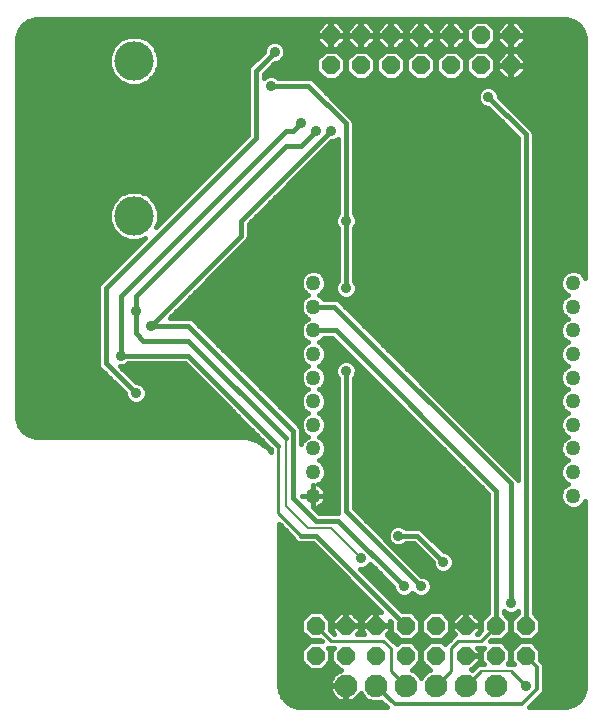
<source format=gbl>
G75*
G70*
%OFA0B0*%
%FSLAX24Y24*%
%IPPOS*%
%LPD*%
%AMOC8*
5,1,8,0,0,1.08239X$1,22.5*
%
%ADD10C,0.1310*%
%ADD11OC8,0.0600*%
%ADD12C,0.0500*%
%ADD13C,0.0760*%
%ADD14C,0.0160*%
%ADD15C,0.0357*%
%ADD16C,0.0080*%
%ADD17C,0.0100*%
%ADD18C,0.0120*%
D10*
X005668Y017220D03*
X005668Y022390D03*
D11*
X012237Y022235D03*
X012237Y023235D03*
X013237Y023235D03*
X014237Y023235D03*
X014237Y022235D03*
X013237Y022235D03*
X015237Y022235D03*
X016237Y022235D03*
X016237Y023235D03*
X015237Y023235D03*
X017237Y023235D03*
X017237Y022235D03*
X018237Y022235D03*
X018237Y023235D03*
X018737Y003555D03*
X018737Y002555D03*
X017737Y002555D03*
X017737Y003555D03*
X016737Y003555D03*
X016737Y002555D03*
X015737Y002555D03*
X015737Y003555D03*
X014737Y003555D03*
X014737Y002555D03*
X013737Y002555D03*
X013737Y003555D03*
X012737Y003555D03*
X012737Y002555D03*
X011737Y002555D03*
X011737Y003555D03*
D12*
X011656Y007887D03*
X011656Y008674D03*
X011656Y009461D03*
X011656Y010249D03*
X011656Y011036D03*
X011656Y011824D03*
X011656Y012611D03*
X011656Y013399D03*
X011656Y014186D03*
X011656Y014973D03*
X020318Y014973D03*
X020318Y014186D03*
X020318Y013399D03*
X020318Y012611D03*
X020318Y011824D03*
X020318Y011036D03*
X020318Y010249D03*
X020318Y009461D03*
X020318Y008674D03*
X020318Y007887D03*
D13*
X017737Y001555D03*
X016737Y001555D03*
X015737Y001555D03*
X014737Y001555D03*
X013737Y001555D03*
X012737Y001555D03*
D14*
X002374Y009844D02*
X002160Y009913D01*
X001978Y010046D01*
X001845Y010228D01*
X001776Y010442D01*
X001767Y010555D01*
X001767Y023055D01*
X001776Y023168D01*
X001845Y023382D01*
X001978Y023564D01*
X002160Y023697D01*
X002374Y023766D01*
X002487Y023775D01*
X019987Y023775D01*
X020100Y023766D01*
X020314Y023697D01*
X020496Y023564D01*
X020628Y023382D01*
X020698Y023168D01*
X020707Y023055D01*
X020707Y015157D01*
X020682Y015217D01*
X020561Y015338D01*
X020403Y015403D01*
X020232Y015403D01*
X020074Y015338D01*
X019953Y015217D01*
X019888Y015059D01*
X019888Y014888D01*
X019953Y014730D01*
X020074Y014609D01*
X020144Y014580D01*
X020074Y014550D01*
X019953Y014429D01*
X019888Y014271D01*
X019888Y014100D01*
X019953Y013942D01*
X020074Y013821D01*
X020144Y013792D01*
X020074Y013763D01*
X019953Y013642D01*
X019888Y013484D01*
X019888Y013313D01*
X019953Y013155D01*
X020074Y013034D01*
X020144Y013005D01*
X020074Y012976D01*
X019953Y012855D01*
X019888Y012697D01*
X019888Y012526D01*
X019953Y012368D01*
X020074Y012247D01*
X020144Y012217D01*
X020074Y012188D01*
X019953Y012067D01*
X019888Y011909D01*
X019888Y011738D01*
X019953Y011580D01*
X020074Y011459D01*
X020144Y011430D01*
X020074Y011401D01*
X019953Y011280D01*
X019888Y011122D01*
X019888Y010951D01*
X019953Y010793D01*
X020074Y010672D01*
X020144Y010643D01*
X020074Y010613D01*
X019953Y010492D01*
X019888Y010334D01*
X019888Y010163D01*
X019953Y010005D01*
X020074Y009884D01*
X020144Y009855D01*
X020074Y009826D01*
X019953Y009705D01*
X019888Y009547D01*
X019888Y009376D01*
X019953Y009218D01*
X020074Y009097D01*
X020144Y009068D01*
X020074Y009039D01*
X019953Y008918D01*
X019888Y008760D01*
X019888Y008589D01*
X019953Y008431D01*
X020074Y008310D01*
X020144Y008280D01*
X020074Y008251D01*
X019953Y008130D01*
X019888Y007972D01*
X019888Y007801D01*
X019953Y007643D01*
X020074Y007522D01*
X020232Y007457D01*
X020403Y007457D01*
X020561Y007522D01*
X020682Y007643D01*
X020707Y007703D01*
X020707Y001555D01*
X020698Y001442D01*
X020628Y001228D01*
X020496Y001046D01*
X020314Y000913D01*
X020100Y000844D01*
X019987Y000835D01*
X018856Y000835D01*
X019315Y001294D01*
X019352Y001382D01*
X019352Y002228D01*
X019315Y002316D01*
X019217Y002414D01*
X019217Y002754D01*
X018936Y003035D01*
X018538Y003035D01*
X018257Y002754D01*
X018257Y002356D01*
X018328Y002285D01*
X018146Y002285D01*
X018217Y002356D01*
X018217Y002754D01*
X017936Y003035D01*
X017542Y003035D01*
X017582Y003075D01*
X017936Y003075D01*
X018217Y003356D01*
X018217Y003754D01*
X017997Y003974D01*
X017997Y004038D01*
X018034Y004001D01*
X018166Y003946D01*
X018308Y003946D01*
X018440Y004001D01*
X018477Y004038D01*
X018477Y003974D01*
X018257Y003754D01*
X018257Y003356D01*
X018538Y003075D01*
X018936Y003075D01*
X019217Y003356D01*
X019217Y003754D01*
X018997Y003974D01*
X018997Y019982D01*
X018957Y020077D01*
X017846Y021189D01*
X017846Y021251D01*
X017791Y021383D01*
X017690Y021484D01*
X017558Y021539D01*
X017416Y021539D01*
X017284Y021484D01*
X017183Y021383D01*
X017128Y021251D01*
X017128Y021109D01*
X017183Y020977D01*
X017284Y020876D01*
X017416Y020821D01*
X017478Y020821D01*
X018477Y019822D01*
X018477Y008405D01*
X018457Y008452D01*
X012503Y014406D01*
X012408Y014446D01*
X012004Y014446D01*
X011900Y014550D01*
X011829Y014580D01*
X011900Y014609D01*
X012021Y014730D01*
X012086Y014888D01*
X012086Y015059D01*
X012021Y015217D01*
X011900Y015338D01*
X011742Y015403D01*
X011571Y015403D01*
X011413Y015338D01*
X011292Y015217D01*
X011226Y015059D01*
X011226Y014888D01*
X011292Y014730D01*
X011413Y014609D01*
X011483Y014580D01*
X011413Y014550D01*
X011292Y014429D01*
X011226Y014271D01*
X011226Y014100D01*
X011292Y013942D01*
X011413Y013821D01*
X011483Y013792D01*
X011413Y013763D01*
X011292Y013642D01*
X011226Y013484D01*
X011226Y013313D01*
X011292Y013155D01*
X011413Y013034D01*
X011483Y013005D01*
X011413Y012976D01*
X011292Y012855D01*
X011226Y012697D01*
X011226Y012526D01*
X011292Y012368D01*
X011413Y012247D01*
X011483Y012217D01*
X011413Y012188D01*
X011292Y012067D01*
X011226Y011909D01*
X011226Y011738D01*
X011292Y011580D01*
X011413Y011459D01*
X011483Y011430D01*
X011413Y011401D01*
X011292Y011280D01*
X011226Y011122D01*
X011226Y010951D01*
X011292Y010793D01*
X011413Y010672D01*
X011483Y010643D01*
X011413Y010613D01*
X011292Y010492D01*
X011226Y010334D01*
X011226Y010163D01*
X011292Y010005D01*
X011413Y009884D01*
X011483Y009855D01*
X011413Y009826D01*
X011292Y009705D01*
X011247Y009597D01*
X011247Y010107D01*
X011207Y010202D01*
X011134Y010275D01*
X007634Y013775D01*
X007539Y013815D01*
X006865Y013815D01*
X009457Y016408D01*
X009497Y016503D01*
X009497Y016947D01*
X012246Y019696D01*
X012308Y019696D01*
X012440Y019751D01*
X012477Y019788D01*
X012477Y017302D01*
X012433Y017258D01*
X012378Y017126D01*
X012378Y016984D01*
X012433Y016852D01*
X012477Y016808D01*
X012477Y015052D01*
X012433Y015008D01*
X012378Y014876D01*
X012378Y014734D01*
X012433Y014602D01*
X012534Y014501D01*
X012666Y014446D01*
X012808Y014446D01*
X012940Y014501D01*
X013041Y014602D01*
X013096Y014734D01*
X013096Y014876D01*
X013041Y015008D01*
X012997Y015052D01*
X012997Y016808D01*
X013041Y016852D01*
X013096Y016984D01*
X013096Y017126D01*
X013041Y017258D01*
X012997Y017302D01*
X012997Y020357D01*
X012957Y020452D01*
X012884Y020525D01*
X011634Y021775D01*
X011539Y021815D01*
X010484Y021815D01*
X010440Y021859D01*
X010308Y021914D01*
X010166Y021914D01*
X010034Y021859D01*
X009997Y021822D01*
X009997Y021947D01*
X010371Y022321D01*
X010433Y022321D01*
X010565Y022376D01*
X010666Y022477D01*
X010721Y022609D01*
X010721Y022751D01*
X010666Y022883D01*
X010565Y022984D01*
X010433Y023039D01*
X010291Y023039D01*
X010159Y022984D01*
X010058Y022883D01*
X010003Y022751D01*
X010003Y022689D01*
X009516Y022202D01*
X009477Y022107D01*
X009477Y019913D01*
X006422Y016857D01*
X006503Y017054D01*
X006503Y017386D01*
X006376Y017693D01*
X006141Y017928D01*
X005834Y018055D01*
X005502Y018055D01*
X005195Y017928D01*
X004960Y017693D01*
X004833Y017386D01*
X004833Y017054D01*
X004960Y016747D01*
X005195Y016512D01*
X005502Y016385D01*
X005834Y016385D01*
X006031Y016466D01*
X004516Y014952D01*
X004477Y014857D01*
X004477Y012253D01*
X004516Y012158D01*
X004590Y012085D01*
X005378Y011296D01*
X005378Y011234D01*
X005433Y011102D01*
X005534Y011001D01*
X005666Y010946D01*
X005808Y010946D01*
X005940Y011001D01*
X006041Y011102D01*
X006096Y011234D01*
X006096Y011376D01*
X006041Y011508D01*
X005940Y011609D01*
X005808Y011664D01*
X005746Y011664D01*
X005213Y012196D01*
X005308Y012196D01*
X005440Y012251D01*
X005484Y012295D01*
X007379Y012295D01*
X010257Y009417D01*
X010257Y009329D01*
X010153Y009471D01*
X009825Y009710D01*
X009440Y009835D01*
X002487Y009835D01*
X002374Y009844D01*
X002181Y009907D02*
X009768Y009907D01*
X009707Y009748D02*
X009926Y009748D01*
X009825Y009710D02*
X009825Y009710D01*
X009991Y009590D02*
X010085Y009590D01*
X010153Y009471D02*
X010153Y009471D01*
X010153Y009471D01*
X010183Y009431D02*
X010243Y009431D01*
X010487Y009555D02*
X007487Y012555D01*
X005237Y012555D01*
X005237Y014555D01*
X010737Y020055D01*
X010987Y020055D01*
X011237Y020305D01*
X011737Y020055D02*
X011237Y019555D01*
X010737Y019555D01*
X005737Y014555D01*
X005737Y014055D01*
X005737Y013305D01*
X005987Y013055D01*
X007487Y013055D01*
X010737Y009805D01*
X010987Y010055D02*
X010987Y007805D01*
X011737Y007055D01*
X012487Y007055D01*
X014674Y004868D01*
X014316Y004859D02*
X014316Y004796D01*
X014370Y004664D01*
X014471Y004563D01*
X014603Y004509D01*
X014746Y004509D01*
X014878Y004563D01*
X014956Y004641D01*
X015034Y004563D01*
X015166Y004509D01*
X015308Y004509D01*
X015440Y004563D01*
X015541Y004664D01*
X015596Y004796D01*
X015596Y004939D01*
X015541Y005071D01*
X015440Y005172D01*
X015308Y005226D01*
X015246Y005226D01*
X012997Y007475D01*
X012997Y011808D01*
X013041Y011852D01*
X013096Y011984D01*
X013096Y012126D01*
X013041Y012258D01*
X012940Y012359D01*
X012808Y012414D01*
X012666Y012414D01*
X012534Y012359D01*
X012433Y012258D01*
X012378Y012126D01*
X012378Y011984D01*
X012433Y011852D01*
X012477Y011808D01*
X012477Y007316D01*
X012477Y007315D01*
X011845Y007315D01*
X011683Y007477D01*
X011688Y007477D01*
X011752Y007487D01*
X011814Y007507D01*
X011871Y007536D01*
X011923Y007574D01*
X011969Y007620D01*
X012007Y007672D01*
X012036Y007729D01*
X012056Y007791D01*
X012066Y007854D01*
X012066Y007887D01*
X012066Y007919D01*
X012056Y007983D01*
X012036Y008044D01*
X012007Y008102D01*
X011969Y008154D01*
X011923Y008199D01*
X011871Y008237D01*
X011814Y008267D01*
X011804Y008270D01*
X011900Y008310D01*
X012021Y008431D01*
X012086Y008589D01*
X012086Y008760D01*
X012021Y008918D01*
X011900Y009039D01*
X011829Y009068D01*
X011900Y009097D01*
X012021Y009218D01*
X012086Y009376D01*
X012086Y009547D01*
X012021Y009705D01*
X011900Y009826D01*
X011829Y009855D01*
X011900Y009884D01*
X012021Y010005D01*
X012086Y010163D01*
X012086Y010334D01*
X012021Y010492D01*
X011900Y010613D01*
X011829Y010643D01*
X011900Y010672D01*
X012021Y010793D01*
X012086Y010951D01*
X012086Y011122D01*
X012021Y011280D01*
X011900Y011401D01*
X011829Y011430D01*
X011900Y011459D01*
X012021Y011580D01*
X012086Y011738D01*
X012086Y011909D01*
X012021Y012067D01*
X011900Y012188D01*
X011829Y012217D01*
X011900Y012247D01*
X012021Y012368D01*
X012086Y012526D01*
X012086Y012697D01*
X012021Y012855D01*
X011900Y012976D01*
X011829Y013005D01*
X011900Y013034D01*
X012004Y013139D01*
X012286Y013139D01*
X017477Y007947D01*
X017477Y003974D01*
X017257Y003754D01*
X017257Y003400D01*
X017142Y003285D01*
X017117Y003285D01*
X017197Y003364D01*
X017197Y003535D01*
X016757Y003535D01*
X016757Y003575D01*
X017197Y003575D01*
X017197Y003746D01*
X016927Y004015D01*
X016757Y004015D01*
X016757Y003575D01*
X016717Y003575D01*
X016717Y004015D01*
X016546Y004015D01*
X016277Y003746D01*
X016277Y003575D01*
X016717Y003575D01*
X016717Y003535D01*
X016277Y003535D01*
X016277Y003364D01*
X016374Y003267D01*
X016257Y003150D01*
X016039Y002932D01*
X015936Y003035D01*
X015538Y003035D01*
X015257Y002754D01*
X015257Y002356D01*
X015535Y002078D01*
X015420Y002030D01*
X015262Y001872D01*
X015237Y001811D01*
X015212Y001872D01*
X015054Y002030D01*
X014938Y002078D01*
X015217Y002356D01*
X015217Y002754D01*
X014936Y003035D01*
X014538Y003035D01*
X014435Y002932D01*
X014217Y003150D01*
X014100Y003267D01*
X014197Y003364D01*
X014197Y003535D01*
X013757Y003535D01*
X013757Y003575D01*
X014197Y003575D01*
X014197Y003727D01*
X014257Y003667D01*
X014257Y003356D01*
X014538Y003075D01*
X014936Y003075D01*
X015217Y003356D01*
X015217Y003754D01*
X014936Y004035D01*
X014625Y004035D01*
X013213Y005446D01*
X013308Y005446D01*
X013440Y005501D01*
X013541Y005602D01*
X013550Y005624D01*
X014316Y004859D01*
X014316Y004835D02*
X013825Y004835D01*
X013667Y004993D02*
X014181Y004993D01*
X014023Y005152D02*
X013508Y005152D01*
X013350Y005310D02*
X013864Y005310D01*
X013706Y005469D02*
X013362Y005469D01*
X012931Y004993D02*
X010517Y004993D01*
X010517Y004835D02*
X013090Y004835D01*
X013248Y004676D02*
X010517Y004676D01*
X010517Y004518D02*
X013407Y004518D01*
X013565Y004359D02*
X010517Y004359D01*
X010517Y004201D02*
X013724Y004201D01*
X013717Y004015D02*
X013546Y004015D01*
X013277Y003746D01*
X013277Y003575D01*
X013717Y003575D01*
X013717Y004015D01*
X013757Y004015D02*
X013757Y003575D01*
X013717Y003575D01*
X013717Y003535D01*
X013277Y003535D01*
X013277Y003364D01*
X013356Y003285D01*
X013117Y003285D01*
X013197Y003364D01*
X013197Y003535D01*
X012757Y003535D01*
X012757Y003575D01*
X013197Y003575D01*
X013197Y003746D01*
X012927Y004015D01*
X012757Y004015D01*
X012757Y003575D01*
X012717Y003575D01*
X012717Y004015D01*
X012546Y004015D01*
X012277Y003746D01*
X012277Y003575D01*
X012717Y003575D01*
X012717Y003535D01*
X012277Y003535D01*
X012277Y003364D01*
X012356Y003285D01*
X012332Y003285D01*
X012217Y003400D01*
X012217Y003754D01*
X011936Y004035D01*
X011538Y004035D01*
X011257Y003754D01*
X011257Y003356D01*
X011538Y003075D01*
X011892Y003075D01*
X011932Y003035D01*
X011538Y003035D01*
X011257Y002754D01*
X011257Y002356D01*
X011538Y002075D01*
X011936Y002075D01*
X012217Y002356D01*
X012217Y002754D01*
X012146Y002825D01*
X012328Y002825D01*
X012257Y002754D01*
X012257Y002356D01*
X012538Y002075D01*
X012590Y002075D01*
X012530Y002055D01*
X012454Y002017D01*
X012385Y001967D01*
X012325Y001907D01*
X012275Y001838D01*
X012236Y001762D01*
X012210Y001681D01*
X012197Y001597D01*
X012197Y001573D01*
X012718Y001573D01*
X012718Y001537D01*
X012197Y001537D01*
X012197Y001513D01*
X012210Y001429D01*
X012236Y001348D01*
X012275Y001272D01*
X012325Y001203D01*
X012385Y001143D01*
X012454Y001093D01*
X012530Y001055D01*
X012610Y001028D01*
X012694Y001015D01*
X012718Y001015D01*
X012718Y001537D01*
X012755Y001537D01*
X012755Y001015D01*
X012779Y001015D01*
X012863Y001028D01*
X012944Y001055D01*
X013020Y001093D01*
X013089Y001143D01*
X013149Y001203D01*
X013199Y001272D01*
X013226Y001325D01*
X013262Y001238D01*
X013420Y001080D01*
X013625Y000995D01*
X013848Y000995D01*
X013925Y001027D01*
X014117Y000835D01*
X011237Y000835D01*
X011124Y000844D01*
X010910Y000913D01*
X010728Y001046D01*
X010595Y001228D01*
X010526Y001442D01*
X010517Y001555D01*
X010517Y006950D01*
X010986Y006480D01*
X011016Y006408D01*
X011090Y006335D01*
X011185Y006295D01*
X011629Y006295D01*
X013909Y004015D01*
X013757Y004015D01*
X013882Y004042D02*
X010517Y004042D01*
X010517Y003884D02*
X011387Y003884D01*
X011257Y003725D02*
X010517Y003725D01*
X010517Y003567D02*
X011257Y003567D01*
X011257Y003408D02*
X010517Y003408D01*
X010517Y003250D02*
X011364Y003250D01*
X011522Y003091D02*
X010517Y003091D01*
X010517Y002933D02*
X011436Y002933D01*
X011277Y002774D02*
X010517Y002774D01*
X010517Y002616D02*
X011257Y002616D01*
X011257Y002457D02*
X010517Y002457D01*
X010517Y002299D02*
X011315Y002299D01*
X011473Y002140D02*
X010517Y002140D01*
X010517Y001982D02*
X012405Y001982D01*
X012473Y002140D02*
X012001Y002140D01*
X012159Y002299D02*
X012315Y002299D01*
X012257Y002457D02*
X012217Y002457D01*
X012217Y002616D02*
X012257Y002616D01*
X012277Y002774D02*
X012197Y002774D01*
X012217Y003408D02*
X012277Y003408D01*
X012217Y003567D02*
X012717Y003567D01*
X012757Y003567D02*
X013717Y003567D01*
X013757Y003567D02*
X014257Y003567D01*
X014257Y003408D02*
X014197Y003408D01*
X014118Y003250D02*
X014364Y003250D01*
X014276Y003091D02*
X014522Y003091D01*
X014436Y002933D02*
X014435Y002933D01*
X014952Y003091D02*
X015522Y003091D01*
X015538Y003075D02*
X015936Y003075D01*
X016217Y003356D01*
X016217Y003754D01*
X015936Y004035D01*
X015538Y004035D01*
X015257Y003754D01*
X015257Y003356D01*
X015538Y003075D01*
X015436Y002933D02*
X015038Y002933D01*
X015197Y002774D02*
X015277Y002774D01*
X015257Y002616D02*
X015217Y002616D01*
X015217Y002457D02*
X015257Y002457D01*
X015315Y002299D02*
X015159Y002299D01*
X015001Y002140D02*
X015473Y002140D01*
X015371Y001982D02*
X015102Y001982D01*
X015232Y001823D02*
X015242Y001823D01*
X016038Y002933D02*
X016039Y002933D01*
X015952Y003091D02*
X016198Y003091D01*
X016110Y003250D02*
X016356Y003250D01*
X016277Y003408D02*
X016217Y003408D01*
X016217Y003567D02*
X016717Y003567D01*
X016757Y003567D02*
X017257Y003567D01*
X017257Y003725D02*
X017197Y003725D01*
X017059Y003884D02*
X017387Y003884D01*
X017477Y004042D02*
X014618Y004042D01*
X014459Y004201D02*
X017477Y004201D01*
X017477Y004359D02*
X014301Y004359D01*
X014142Y004518D02*
X014582Y004518D01*
X014767Y004518D02*
X015144Y004518D01*
X015329Y004518D02*
X017477Y004518D01*
X017477Y004676D02*
X015546Y004676D01*
X015596Y004835D02*
X017477Y004835D01*
X017477Y004993D02*
X015573Y004993D01*
X015460Y005152D02*
X017477Y005152D01*
X017477Y005310D02*
X015162Y005310D01*
X015004Y005469D02*
X015691Y005469D01*
X015683Y005477D02*
X015784Y005376D01*
X015916Y005321D01*
X016058Y005321D01*
X016190Y005376D01*
X016291Y005477D01*
X016346Y005609D01*
X016346Y005751D01*
X016291Y005883D01*
X016190Y005984D01*
X016058Y006039D01*
X015996Y006039D01*
X015259Y006775D01*
X015164Y006815D01*
X014734Y006815D01*
X014690Y006859D01*
X014558Y006914D01*
X014416Y006914D01*
X014284Y006859D01*
X014183Y006758D01*
X014128Y006626D01*
X014128Y006484D01*
X014183Y006352D01*
X014284Y006251D01*
X014416Y006196D01*
X014558Y006196D01*
X014690Y006251D01*
X014734Y006295D01*
X015004Y006295D01*
X015628Y005671D01*
X015628Y005609D01*
X015683Y005477D01*
X015628Y005627D02*
X014845Y005627D01*
X014687Y005786D02*
X015514Y005786D01*
X015355Y005944D02*
X014528Y005944D01*
X014370Y006103D02*
X015197Y006103D01*
X015038Y006261D02*
X014700Y006261D01*
X014487Y006555D02*
X015112Y006555D01*
X015987Y005680D01*
X016230Y005944D02*
X017477Y005944D01*
X017477Y005786D02*
X016331Y005786D01*
X016346Y005627D02*
X017477Y005627D01*
X017477Y005469D02*
X016283Y005469D01*
X015932Y006103D02*
X017477Y006103D01*
X017477Y006261D02*
X015774Y006261D01*
X015615Y006420D02*
X017477Y006420D01*
X017477Y006578D02*
X015457Y006578D01*
X015298Y006737D02*
X017477Y006737D01*
X017477Y006895D02*
X014603Y006895D01*
X014370Y006895D02*
X013577Y006895D01*
X013419Y007054D02*
X017477Y007054D01*
X017477Y007212D02*
X013260Y007212D01*
X013102Y007371D02*
X017477Y007371D01*
X017477Y007529D02*
X012997Y007529D01*
X012997Y007688D02*
X017477Y007688D01*
X017477Y007846D02*
X012997Y007846D01*
X012997Y008005D02*
X017420Y008005D01*
X017261Y008163D02*
X012997Y008163D01*
X012997Y008322D02*
X017103Y008322D01*
X016944Y008480D02*
X012997Y008480D01*
X012997Y008639D02*
X016786Y008639D01*
X016627Y008797D02*
X012997Y008797D01*
X012997Y008956D02*
X016469Y008956D01*
X016310Y009114D02*
X012997Y009114D01*
X012997Y009273D02*
X016152Y009273D01*
X015993Y009431D02*
X012997Y009431D01*
X012997Y009590D02*
X015835Y009590D01*
X015676Y009748D02*
X012997Y009748D01*
X012997Y009907D02*
X015518Y009907D01*
X015359Y010065D02*
X012997Y010065D01*
X012997Y010224D02*
X015201Y010224D01*
X015042Y010382D02*
X012997Y010382D01*
X012997Y010541D02*
X014884Y010541D01*
X014725Y010699D02*
X012997Y010699D01*
X012997Y010858D02*
X014567Y010858D01*
X014408Y011016D02*
X012997Y011016D01*
X012997Y011175D02*
X014250Y011175D01*
X014091Y011333D02*
X012997Y011333D01*
X012997Y011492D02*
X013933Y011492D01*
X013774Y011650D02*
X012997Y011650D01*
X012998Y011809D02*
X013616Y011809D01*
X013457Y011967D02*
X013089Y011967D01*
X013096Y012126D02*
X013299Y012126D01*
X013140Y012284D02*
X013015Y012284D01*
X012982Y012443D02*
X012052Y012443D01*
X012086Y012601D02*
X012823Y012601D01*
X012665Y012760D02*
X012060Y012760D01*
X011957Y012918D02*
X012506Y012918D01*
X012348Y013077D02*
X011942Y013077D01*
X011656Y013399D02*
X012393Y013399D01*
X017737Y008055D01*
X017737Y003555D01*
X018087Y003884D02*
X018387Y003884D01*
X018257Y003725D02*
X018217Y003725D01*
X018217Y003567D02*
X018257Y003567D01*
X018257Y003408D02*
X018217Y003408D01*
X018110Y003250D02*
X018364Y003250D01*
X018522Y003091D02*
X017952Y003091D01*
X018038Y002933D02*
X018436Y002933D01*
X018277Y002774D02*
X018197Y002774D01*
X018217Y002616D02*
X018257Y002616D01*
X018257Y002457D02*
X018217Y002457D01*
X018159Y002299D02*
X018315Y002299D01*
X019038Y002933D02*
X020707Y002933D01*
X020707Y003091D02*
X018952Y003091D01*
X019110Y003250D02*
X020707Y003250D01*
X020707Y003408D02*
X019217Y003408D01*
X019217Y003567D02*
X020707Y003567D01*
X020707Y003725D02*
X019217Y003725D01*
X019087Y003884D02*
X020707Y003884D01*
X020707Y004042D02*
X018997Y004042D01*
X018997Y004201D02*
X020707Y004201D01*
X020707Y004359D02*
X018997Y004359D01*
X018997Y004518D02*
X020707Y004518D01*
X020707Y004676D02*
X018997Y004676D01*
X018997Y004835D02*
X020707Y004835D01*
X020707Y004993D02*
X018997Y004993D01*
X018997Y005152D02*
X020707Y005152D01*
X020707Y005310D02*
X018997Y005310D01*
X018997Y005469D02*
X020707Y005469D01*
X020707Y005627D02*
X018997Y005627D01*
X018997Y005786D02*
X020707Y005786D01*
X020707Y005944D02*
X018997Y005944D01*
X018997Y006103D02*
X020707Y006103D01*
X020707Y006261D02*
X018997Y006261D01*
X018997Y006420D02*
X020707Y006420D01*
X020707Y006578D02*
X018997Y006578D01*
X018997Y006737D02*
X020707Y006737D01*
X020707Y006895D02*
X018997Y006895D01*
X018997Y007054D02*
X020707Y007054D01*
X020707Y007212D02*
X018997Y007212D01*
X018997Y007371D02*
X020707Y007371D01*
X020707Y007529D02*
X020568Y007529D01*
X020701Y007688D02*
X020707Y007688D01*
X020067Y007529D02*
X018997Y007529D01*
X018997Y007688D02*
X019935Y007688D01*
X019888Y007846D02*
X018997Y007846D01*
X018997Y008005D02*
X019901Y008005D01*
X019986Y008163D02*
X018997Y008163D01*
X018997Y008322D02*
X020062Y008322D01*
X019933Y008480D02*
X018997Y008480D01*
X018997Y008639D02*
X019888Y008639D01*
X019903Y008797D02*
X018997Y008797D01*
X018997Y008956D02*
X019991Y008956D01*
X020057Y009114D02*
X018997Y009114D01*
X018997Y009273D02*
X019930Y009273D01*
X019888Y009431D02*
X018997Y009431D01*
X018997Y009590D02*
X019905Y009590D01*
X019996Y009748D02*
X018997Y009748D01*
X018997Y009907D02*
X020052Y009907D01*
X019928Y010065D02*
X018997Y010065D01*
X018997Y010224D02*
X019888Y010224D01*
X019907Y010382D02*
X018997Y010382D01*
X018997Y010541D02*
X020001Y010541D01*
X020047Y010699D02*
X018997Y010699D01*
X018997Y010858D02*
X019926Y010858D01*
X019888Y011016D02*
X018997Y011016D01*
X018997Y011175D02*
X019909Y011175D01*
X020006Y011333D02*
X018997Y011333D01*
X018997Y011492D02*
X020042Y011492D01*
X019924Y011650D02*
X018997Y011650D01*
X018997Y011809D02*
X019888Y011809D01*
X019912Y011967D02*
X018997Y011967D01*
X018997Y012126D02*
X020011Y012126D01*
X020037Y012284D02*
X018997Y012284D01*
X018997Y012443D02*
X019922Y012443D01*
X019888Y012601D02*
X018997Y012601D01*
X018997Y012760D02*
X019914Y012760D01*
X020016Y012918D02*
X018997Y012918D01*
X018997Y013077D02*
X020031Y013077D01*
X019920Y013235D02*
X018997Y013235D01*
X018997Y013394D02*
X019888Y013394D01*
X019916Y013552D02*
X018997Y013552D01*
X018997Y013711D02*
X020021Y013711D01*
X020026Y013869D02*
X018997Y013869D01*
X018997Y014028D02*
X019918Y014028D01*
X019888Y014186D02*
X018997Y014186D01*
X018997Y014345D02*
X019918Y014345D01*
X020027Y014503D02*
X018997Y014503D01*
X018997Y014662D02*
X020021Y014662D01*
X019916Y014820D02*
X018997Y014820D01*
X018997Y014979D02*
X019888Y014979D01*
X019920Y015137D02*
X018997Y015137D01*
X018997Y015296D02*
X020032Y015296D01*
X020603Y015296D02*
X020707Y015296D01*
X020707Y015454D02*
X018997Y015454D01*
X018997Y015613D02*
X020707Y015613D01*
X020707Y015771D02*
X018997Y015771D01*
X018997Y015930D02*
X020707Y015930D01*
X020707Y016088D02*
X018997Y016088D01*
X018997Y016247D02*
X020707Y016247D01*
X020707Y016405D02*
X018997Y016405D01*
X018997Y016564D02*
X020707Y016564D01*
X020707Y016722D02*
X018997Y016722D01*
X018997Y016881D02*
X020707Y016881D01*
X020707Y017039D02*
X018997Y017039D01*
X018997Y017198D02*
X020707Y017198D01*
X020707Y017356D02*
X018997Y017356D01*
X018997Y017515D02*
X020707Y017515D01*
X020707Y017673D02*
X018997Y017673D01*
X018997Y017832D02*
X020707Y017832D01*
X020707Y017990D02*
X018997Y017990D01*
X018997Y018149D02*
X020707Y018149D01*
X020707Y018307D02*
X018997Y018307D01*
X018997Y018466D02*
X020707Y018466D01*
X020707Y018624D02*
X018997Y018624D01*
X018997Y018783D02*
X020707Y018783D01*
X020707Y018941D02*
X018997Y018941D01*
X018997Y019100D02*
X020707Y019100D01*
X020707Y019258D02*
X018997Y019258D01*
X018997Y019417D02*
X020707Y019417D01*
X020707Y019575D02*
X018997Y019575D01*
X018997Y019734D02*
X020707Y019734D01*
X020707Y019892D02*
X018997Y019892D01*
X018968Y020051D02*
X020707Y020051D01*
X020707Y020209D02*
X018826Y020209D01*
X018667Y020368D02*
X020707Y020368D01*
X020707Y020526D02*
X018509Y020526D01*
X018350Y020685D02*
X020707Y020685D01*
X020707Y020843D02*
X018192Y020843D01*
X018033Y021002D02*
X020707Y021002D01*
X020707Y021160D02*
X017875Y021160D01*
X017818Y021319D02*
X020707Y021319D01*
X020707Y021477D02*
X017697Y021477D01*
X017487Y021180D02*
X018737Y019930D01*
X018737Y003555D01*
X018237Y004305D02*
X018237Y008305D01*
X012356Y014186D01*
X011656Y014186D01*
X011365Y014503D02*
X007553Y014503D01*
X007711Y014662D02*
X011360Y014662D01*
X011254Y014820D02*
X007870Y014820D01*
X008028Y014979D02*
X011226Y014979D01*
X011259Y015137D02*
X008187Y015137D01*
X008345Y015296D02*
X011370Y015296D01*
X011942Y015296D02*
X012477Y015296D01*
X012477Y015454D02*
X008504Y015454D01*
X008662Y015613D02*
X012477Y015613D01*
X012477Y015771D02*
X008821Y015771D01*
X008979Y015930D02*
X012477Y015930D01*
X012477Y016088D02*
X009138Y016088D01*
X009296Y016247D02*
X012477Y016247D01*
X012477Y016405D02*
X009455Y016405D01*
X009497Y016564D02*
X012477Y016564D01*
X012477Y016722D02*
X009497Y016722D01*
X009497Y016881D02*
X012421Y016881D01*
X012378Y017039D02*
X009589Y017039D01*
X009747Y017198D02*
X012408Y017198D01*
X012477Y017356D02*
X009906Y017356D01*
X010064Y017515D02*
X012477Y017515D01*
X012477Y017673D02*
X010223Y017673D01*
X010381Y017832D02*
X012477Y017832D01*
X012477Y017990D02*
X010540Y017990D01*
X010698Y018149D02*
X012477Y018149D01*
X012477Y018307D02*
X010857Y018307D01*
X011015Y018466D02*
X012477Y018466D01*
X012477Y018624D02*
X011174Y018624D01*
X011332Y018783D02*
X012477Y018783D01*
X012477Y018941D02*
X011491Y018941D01*
X011649Y019100D02*
X012477Y019100D01*
X012477Y019258D02*
X011808Y019258D01*
X011966Y019417D02*
X012477Y019417D01*
X012477Y019575D02*
X012125Y019575D01*
X012398Y019734D02*
X012477Y019734D01*
X012237Y020055D02*
X009237Y017055D01*
X009237Y016555D01*
X006237Y013555D01*
X007487Y013555D01*
X010987Y010055D01*
X011247Y010065D02*
X011267Y010065D01*
X011247Y009907D02*
X011390Y009907D01*
X011335Y009748D02*
X011247Y009748D01*
X011226Y010224D02*
X011186Y010224D01*
X011246Y010382D02*
X011028Y010382D01*
X010869Y010541D02*
X011340Y010541D01*
X011385Y010699D02*
X010711Y010699D01*
X010552Y010858D02*
X011265Y010858D01*
X011226Y011016D02*
X010394Y011016D01*
X010235Y011175D02*
X011248Y011175D01*
X011345Y011333D02*
X010077Y011333D01*
X009918Y011492D02*
X011380Y011492D01*
X011263Y011650D02*
X009760Y011650D01*
X009601Y011809D02*
X011226Y011809D01*
X011250Y011967D02*
X009443Y011967D01*
X009284Y012126D02*
X011350Y012126D01*
X011375Y012284D02*
X009126Y012284D01*
X008967Y012443D02*
X011261Y012443D01*
X011226Y012601D02*
X008809Y012601D01*
X008650Y012760D02*
X011252Y012760D01*
X011355Y012918D02*
X008492Y012918D01*
X008333Y013077D02*
X011370Y013077D01*
X011258Y013235D02*
X008175Y013235D01*
X008016Y013394D02*
X011226Y013394D01*
X011254Y013552D02*
X007858Y013552D01*
X007699Y013711D02*
X011360Y013711D01*
X011365Y013869D02*
X006919Y013869D01*
X007077Y014028D02*
X011256Y014028D01*
X011226Y014186D02*
X007236Y014186D01*
X007394Y014345D02*
X011256Y014345D01*
X011947Y014503D02*
X012532Y014503D01*
X012565Y014345D02*
X018477Y014345D01*
X018477Y014503D02*
X012942Y014503D01*
X013066Y014662D02*
X018477Y014662D01*
X018477Y014820D02*
X013096Y014820D01*
X013053Y014979D02*
X018477Y014979D01*
X018477Y015137D02*
X012997Y015137D01*
X012997Y015296D02*
X018477Y015296D01*
X018477Y015454D02*
X012997Y015454D01*
X012997Y015613D02*
X018477Y015613D01*
X018477Y015771D02*
X012997Y015771D01*
X012997Y015930D02*
X018477Y015930D01*
X018477Y016088D02*
X012997Y016088D01*
X012997Y016247D02*
X018477Y016247D01*
X018477Y016405D02*
X012997Y016405D01*
X012997Y016564D02*
X018477Y016564D01*
X018477Y016722D02*
X012997Y016722D01*
X013053Y016881D02*
X018477Y016881D01*
X018477Y017039D02*
X013096Y017039D01*
X013066Y017198D02*
X018477Y017198D01*
X018477Y017356D02*
X012997Y017356D01*
X012997Y017515D02*
X018477Y017515D01*
X018477Y017673D02*
X012997Y017673D01*
X012997Y017832D02*
X018477Y017832D01*
X018477Y017990D02*
X012997Y017990D01*
X012997Y018149D02*
X018477Y018149D01*
X018477Y018307D02*
X012997Y018307D01*
X012997Y018466D02*
X018477Y018466D01*
X018477Y018624D02*
X012997Y018624D01*
X012997Y018783D02*
X018477Y018783D01*
X018477Y018941D02*
X012997Y018941D01*
X012997Y019100D02*
X018477Y019100D01*
X018477Y019258D02*
X012997Y019258D01*
X012997Y019417D02*
X018477Y019417D01*
X018477Y019575D02*
X012997Y019575D01*
X012997Y019734D02*
X018477Y019734D01*
X018407Y019892D02*
X012997Y019892D01*
X012997Y020051D02*
X018249Y020051D01*
X018090Y020209D02*
X012997Y020209D01*
X012992Y020368D02*
X017932Y020368D01*
X017773Y020526D02*
X012884Y020526D01*
X012725Y020685D02*
X017615Y020685D01*
X017363Y020843D02*
X012567Y020843D01*
X012408Y021002D02*
X017172Y021002D01*
X017128Y021160D02*
X012250Y021160D01*
X012091Y021319D02*
X017156Y021319D01*
X017277Y021477D02*
X011933Y021477D01*
X011774Y021636D02*
X020707Y021636D01*
X020707Y021794D02*
X018446Y021794D01*
X018427Y021775D02*
X018697Y022044D01*
X018697Y022215D01*
X018257Y022215D01*
X018257Y022255D01*
X018697Y022255D01*
X018697Y022426D01*
X018427Y022695D01*
X018257Y022695D01*
X018257Y022255D01*
X018217Y022255D01*
X018217Y022695D01*
X018046Y022695D01*
X017777Y022426D01*
X017777Y022255D01*
X018217Y022255D01*
X018217Y022215D01*
X018257Y022215D01*
X018257Y021775D01*
X018427Y021775D01*
X018257Y021794D02*
X018217Y021794D01*
X018217Y021775D02*
X018217Y022215D01*
X017777Y022215D01*
X017777Y022044D01*
X018046Y021775D01*
X018217Y021775D01*
X018217Y021953D02*
X018257Y021953D01*
X018257Y022111D02*
X018217Y022111D01*
X018217Y022270D02*
X018257Y022270D01*
X018257Y022428D02*
X018217Y022428D01*
X018217Y022587D02*
X018257Y022587D01*
X018257Y022775D02*
X018427Y022775D01*
X018697Y023044D01*
X018697Y023215D01*
X018257Y023215D01*
X018257Y023255D01*
X018697Y023255D01*
X018697Y023426D01*
X018427Y023695D01*
X018257Y023695D01*
X018257Y023255D01*
X018217Y023255D01*
X018217Y023695D01*
X018046Y023695D01*
X017777Y023426D01*
X017777Y023255D01*
X018217Y023255D01*
X018217Y023215D01*
X018257Y023215D01*
X018257Y022775D01*
X018217Y022775D02*
X018217Y023215D01*
X017777Y023215D01*
X017777Y023044D01*
X018046Y022775D01*
X018217Y022775D01*
X018217Y022904D02*
X018257Y022904D01*
X018257Y023062D02*
X018217Y023062D01*
X018217Y023221D02*
X017717Y023221D01*
X017717Y023379D02*
X017777Y023379D01*
X017717Y023434D02*
X017717Y023036D01*
X017436Y022755D01*
X017038Y022755D01*
X016757Y023036D01*
X016757Y023434D01*
X017038Y023715D01*
X017436Y023715D01*
X017717Y023434D01*
X017613Y023538D02*
X017889Y023538D01*
X018217Y023538D02*
X018257Y023538D01*
X018257Y023379D02*
X018217Y023379D01*
X018257Y023221D02*
X020681Y023221D01*
X020706Y023062D02*
X018697Y023062D01*
X018556Y022904D02*
X020707Y022904D01*
X020707Y022745D02*
X010721Y022745D01*
X010711Y022587D02*
X011910Y022587D01*
X012038Y022715D02*
X011757Y022434D01*
X011757Y022036D01*
X012038Y021755D01*
X012436Y021755D01*
X012717Y022036D01*
X012717Y022434D01*
X012436Y022715D01*
X012038Y022715D01*
X012046Y022775D02*
X012217Y022775D01*
X012217Y023215D01*
X012257Y023215D01*
X012257Y023255D01*
X012697Y023255D01*
X012697Y023426D01*
X012427Y023695D01*
X012257Y023695D01*
X012257Y023255D01*
X012217Y023255D01*
X012217Y023695D01*
X012046Y023695D01*
X011777Y023426D01*
X011777Y023255D01*
X012217Y023255D01*
X012217Y023215D01*
X011777Y023215D01*
X011777Y023044D01*
X012046Y022775D01*
X011918Y022904D02*
X010646Y022904D01*
X010362Y022680D02*
X009737Y022055D01*
X009737Y019805D01*
X004737Y014805D01*
X004737Y012305D01*
X005737Y011305D01*
X005955Y011016D02*
X008658Y011016D01*
X008500Y011175D02*
X006071Y011175D01*
X006096Y011333D02*
X008341Y011333D01*
X008183Y011492D02*
X006048Y011492D01*
X005841Y011650D02*
X008024Y011650D01*
X007866Y011809D02*
X005601Y011809D01*
X005443Y011967D02*
X007707Y011967D01*
X007549Y012126D02*
X005284Y012126D01*
X005473Y012284D02*
X007390Y012284D01*
X008817Y010858D02*
X001767Y010858D01*
X001767Y011016D02*
X005519Y011016D01*
X005403Y011175D02*
X001767Y011175D01*
X001767Y011333D02*
X005341Y011333D01*
X005183Y011492D02*
X001767Y011492D01*
X001767Y011650D02*
X005024Y011650D01*
X004866Y011809D02*
X001767Y011809D01*
X001767Y011967D02*
X004707Y011967D01*
X004549Y012126D02*
X001767Y012126D01*
X001767Y012284D02*
X004477Y012284D01*
X004477Y012443D02*
X001767Y012443D01*
X001767Y012601D02*
X004477Y012601D01*
X004477Y012760D02*
X001767Y012760D01*
X001767Y012918D02*
X004477Y012918D01*
X004477Y013077D02*
X001767Y013077D01*
X001767Y013235D02*
X004477Y013235D01*
X004477Y013394D02*
X001767Y013394D01*
X001767Y013552D02*
X004477Y013552D01*
X004477Y013711D02*
X001767Y013711D01*
X001767Y013869D02*
X004477Y013869D01*
X004477Y014028D02*
X001767Y014028D01*
X001767Y014186D02*
X004477Y014186D01*
X004477Y014345D02*
X001767Y014345D01*
X001767Y014503D02*
X004477Y014503D01*
X004477Y014662D02*
X001767Y014662D01*
X001767Y014820D02*
X004477Y014820D01*
X004543Y014979D02*
X001767Y014979D01*
X001767Y015137D02*
X004701Y015137D01*
X004860Y015296D02*
X001767Y015296D01*
X001767Y015454D02*
X005018Y015454D01*
X005177Y015613D02*
X001767Y015613D01*
X001767Y015771D02*
X005335Y015771D01*
X005494Y015930D02*
X001767Y015930D01*
X001767Y016088D02*
X005652Y016088D01*
X005811Y016247D02*
X001767Y016247D01*
X001767Y016405D02*
X005454Y016405D01*
X005144Y016564D02*
X001767Y016564D01*
X001767Y016722D02*
X004985Y016722D01*
X004905Y016881D02*
X001767Y016881D01*
X001767Y017039D02*
X004839Y017039D01*
X004833Y017198D02*
X001767Y017198D01*
X001767Y017356D02*
X004833Y017356D01*
X004886Y017515D02*
X001767Y017515D01*
X001767Y017673D02*
X004952Y017673D01*
X005099Y017832D02*
X001767Y017832D01*
X001767Y017990D02*
X005345Y017990D01*
X005991Y017990D02*
X007554Y017990D01*
X007396Y017832D02*
X006237Y017832D01*
X006384Y017673D02*
X007237Y017673D01*
X007079Y017515D02*
X006450Y017515D01*
X006503Y017356D02*
X006920Y017356D01*
X006762Y017198D02*
X006503Y017198D01*
X006497Y017039D02*
X006603Y017039D01*
X006445Y016881D02*
X006431Y016881D01*
X005969Y016405D02*
X005882Y016405D01*
X007713Y018149D02*
X001767Y018149D01*
X001767Y018307D02*
X007871Y018307D01*
X008030Y018466D02*
X001767Y018466D01*
X001767Y018624D02*
X008188Y018624D01*
X008347Y018783D02*
X001767Y018783D01*
X001767Y018941D02*
X008505Y018941D01*
X008664Y019100D02*
X001767Y019100D01*
X001767Y019258D02*
X008822Y019258D01*
X008981Y019417D02*
X001767Y019417D01*
X001767Y019575D02*
X009139Y019575D01*
X009298Y019734D02*
X001767Y019734D01*
X001767Y019892D02*
X009456Y019892D01*
X009477Y020051D02*
X001767Y020051D01*
X001767Y020209D02*
X009477Y020209D01*
X009477Y020368D02*
X001767Y020368D01*
X001767Y020526D02*
X009477Y020526D01*
X009477Y020685D02*
X001767Y020685D01*
X001767Y020843D02*
X009477Y020843D01*
X009477Y021002D02*
X001767Y021002D01*
X001767Y021160D02*
X009477Y021160D01*
X009477Y021319D02*
X001767Y021319D01*
X001767Y021477D02*
X009477Y021477D01*
X009477Y021636D02*
X006028Y021636D01*
X006141Y021682D02*
X006376Y021917D01*
X006503Y022224D01*
X006503Y022556D01*
X006376Y022863D01*
X006141Y023098D01*
X005834Y023225D01*
X005502Y023225D01*
X005195Y023098D01*
X004960Y022863D01*
X004833Y022556D01*
X004833Y022224D01*
X004960Y021917D01*
X005195Y021682D01*
X005502Y021555D01*
X005834Y021555D01*
X006141Y021682D01*
X006253Y021794D02*
X009477Y021794D01*
X009477Y021953D02*
X006391Y021953D01*
X006456Y022111D02*
X009479Y022111D01*
X009584Y022270D02*
X006503Y022270D01*
X006503Y022428D02*
X009742Y022428D01*
X009901Y022587D02*
X006490Y022587D01*
X006425Y022745D02*
X010003Y022745D01*
X010078Y022904D02*
X006335Y022904D01*
X006177Y023062D02*
X011777Y023062D01*
X011777Y023379D02*
X001844Y023379D01*
X001793Y023221D02*
X005491Y023221D01*
X005845Y023221D02*
X012217Y023221D01*
X012257Y023221D02*
X013217Y023221D01*
X013217Y023215D02*
X012777Y023215D01*
X012777Y023044D01*
X013046Y022775D01*
X013217Y022775D01*
X013217Y023215D01*
X013257Y023215D01*
X013257Y023255D01*
X013697Y023255D01*
X013697Y023426D01*
X013427Y023695D01*
X013257Y023695D01*
X013257Y023255D01*
X013217Y023255D01*
X013217Y023695D01*
X013046Y023695D01*
X012777Y023426D01*
X012777Y023255D01*
X013217Y023255D01*
X013217Y023215D01*
X013257Y023215D02*
X013257Y022775D01*
X013427Y022775D01*
X013697Y023044D01*
X013697Y023215D01*
X013257Y023215D01*
X013257Y023221D02*
X014217Y023221D01*
X014217Y023215D02*
X013777Y023215D01*
X013777Y023044D01*
X014046Y022775D01*
X014217Y022775D01*
X014217Y023215D01*
X014257Y023215D01*
X014257Y023255D01*
X014697Y023255D01*
X014697Y023426D01*
X014427Y023695D01*
X014257Y023695D01*
X014257Y023255D01*
X014217Y023255D01*
X014217Y023695D01*
X014046Y023695D01*
X013777Y023426D01*
X013777Y023255D01*
X014217Y023255D01*
X014217Y023215D01*
X014257Y023215D02*
X014257Y022775D01*
X014427Y022775D01*
X014697Y023044D01*
X014697Y023215D01*
X014257Y023215D01*
X014257Y023221D02*
X015217Y023221D01*
X015217Y023215D02*
X014777Y023215D01*
X014777Y023044D01*
X015046Y022775D01*
X015217Y022775D01*
X015217Y023215D01*
X015257Y023215D01*
X015257Y023255D01*
X015697Y023255D01*
X015697Y023426D01*
X015427Y023695D01*
X015257Y023695D01*
X015257Y023255D01*
X015217Y023255D01*
X015217Y023695D01*
X015046Y023695D01*
X014777Y023426D01*
X014777Y023255D01*
X015217Y023255D01*
X015217Y023215D01*
X015257Y023215D02*
X015257Y022775D01*
X015427Y022775D01*
X015697Y023044D01*
X015697Y023215D01*
X015257Y023215D01*
X015257Y023221D02*
X016217Y023221D01*
X016217Y023215D02*
X015777Y023215D01*
X015777Y023044D01*
X016046Y022775D01*
X016217Y022775D01*
X016217Y023215D01*
X016257Y023215D01*
X016257Y023255D01*
X016697Y023255D01*
X016697Y023426D01*
X016427Y023695D01*
X016257Y023695D01*
X016257Y023255D01*
X016217Y023255D01*
X016217Y023695D01*
X016046Y023695D01*
X015777Y023426D01*
X015777Y023255D01*
X016217Y023255D01*
X016217Y023215D01*
X016257Y023215D02*
X016257Y022775D01*
X016427Y022775D01*
X016697Y023044D01*
X016697Y023215D01*
X016257Y023215D01*
X016257Y023221D02*
X016757Y023221D01*
X016757Y023379D02*
X016697Y023379D01*
X016585Y023538D02*
X016861Y023538D01*
X017019Y023696D02*
X002159Y023696D01*
X001958Y023538D02*
X011889Y023538D01*
X012217Y023538D02*
X012257Y023538D01*
X012257Y023379D02*
X012217Y023379D01*
X012257Y023215D02*
X012697Y023215D01*
X012697Y023044D01*
X012427Y022775D01*
X012257Y022775D01*
X012257Y023215D01*
X012257Y023062D02*
X012217Y023062D01*
X012217Y022904D02*
X012257Y022904D01*
X012556Y022904D02*
X012918Y022904D01*
X012777Y023062D02*
X012697Y023062D01*
X012697Y023379D02*
X012777Y023379D01*
X012889Y023538D02*
X012585Y023538D01*
X013217Y023538D02*
X013257Y023538D01*
X013257Y023379D02*
X013217Y023379D01*
X013217Y023062D02*
X013257Y023062D01*
X013257Y022904D02*
X013217Y022904D01*
X013038Y022715D02*
X012757Y022434D01*
X012757Y022036D01*
X013038Y021755D01*
X013436Y021755D01*
X013717Y022036D01*
X013717Y022434D01*
X013436Y022715D01*
X013038Y022715D01*
X012910Y022587D02*
X012564Y022587D01*
X012717Y022428D02*
X012757Y022428D01*
X012757Y022270D02*
X012717Y022270D01*
X012717Y022111D02*
X012757Y022111D01*
X012841Y021953D02*
X012633Y021953D01*
X012475Y021794D02*
X012999Y021794D01*
X013475Y021794D02*
X013999Y021794D01*
X014038Y021755D02*
X014436Y021755D01*
X014717Y022036D01*
X014717Y022434D01*
X014436Y022715D01*
X014038Y022715D01*
X013757Y022434D01*
X013757Y022036D01*
X014038Y021755D01*
X013841Y021953D02*
X013633Y021953D01*
X013717Y022111D02*
X013757Y022111D01*
X013757Y022270D02*
X013717Y022270D01*
X013717Y022428D02*
X013757Y022428D01*
X013910Y022587D02*
X013564Y022587D01*
X013556Y022904D02*
X013918Y022904D01*
X013777Y023062D02*
X013697Y023062D01*
X013697Y023379D02*
X013777Y023379D01*
X013889Y023538D02*
X013585Y023538D01*
X014217Y023538D02*
X014257Y023538D01*
X014257Y023379D02*
X014217Y023379D01*
X014217Y023062D02*
X014257Y023062D01*
X014257Y022904D02*
X014217Y022904D01*
X014556Y022904D02*
X014918Y022904D01*
X014777Y023062D02*
X014697Y023062D01*
X014697Y023379D02*
X014777Y023379D01*
X014889Y023538D02*
X014585Y023538D01*
X015217Y023538D02*
X015257Y023538D01*
X015257Y023379D02*
X015217Y023379D01*
X015217Y023062D02*
X015257Y023062D01*
X015257Y022904D02*
X015217Y022904D01*
X015038Y022715D02*
X014757Y022434D01*
X014757Y022036D01*
X015038Y021755D01*
X015436Y021755D01*
X015717Y022036D01*
X015717Y022434D01*
X015436Y022715D01*
X015038Y022715D01*
X014910Y022587D02*
X014564Y022587D01*
X014717Y022428D02*
X014757Y022428D01*
X014757Y022270D02*
X014717Y022270D01*
X014717Y022111D02*
X014757Y022111D01*
X014841Y021953D02*
X014633Y021953D01*
X014475Y021794D02*
X014999Y021794D01*
X015475Y021794D02*
X015999Y021794D01*
X016038Y021755D02*
X015757Y022036D01*
X015757Y022434D01*
X016038Y022715D01*
X016436Y022715D01*
X016717Y022434D01*
X016717Y022036D01*
X016436Y021755D01*
X016038Y021755D01*
X015841Y021953D02*
X015633Y021953D01*
X015717Y022111D02*
X015757Y022111D01*
X015757Y022270D02*
X015717Y022270D01*
X015717Y022428D02*
X015757Y022428D01*
X015910Y022587D02*
X015564Y022587D01*
X015556Y022904D02*
X015918Y022904D01*
X015777Y023062D02*
X015697Y023062D01*
X015697Y023379D02*
X015777Y023379D01*
X015889Y023538D02*
X015585Y023538D01*
X016217Y023538D02*
X016257Y023538D01*
X016257Y023379D02*
X016217Y023379D01*
X016217Y023062D02*
X016257Y023062D01*
X016257Y022904D02*
X016217Y022904D01*
X016556Y022904D02*
X016890Y022904D01*
X016757Y023062D02*
X016697Y023062D01*
X017038Y022715D02*
X016757Y022434D01*
X016757Y022036D01*
X017038Y021755D01*
X017436Y021755D01*
X017717Y022036D01*
X017717Y022434D01*
X017436Y022715D01*
X017038Y022715D01*
X016910Y022587D02*
X016564Y022587D01*
X016717Y022428D02*
X016757Y022428D01*
X016757Y022270D02*
X016717Y022270D01*
X016717Y022111D02*
X016757Y022111D01*
X016841Y021953D02*
X016633Y021953D01*
X016475Y021794D02*
X016999Y021794D01*
X017475Y021794D02*
X018027Y021794D01*
X017869Y021953D02*
X017633Y021953D01*
X017717Y022111D02*
X017777Y022111D01*
X017777Y022270D02*
X017717Y022270D01*
X017717Y022428D02*
X017779Y022428D01*
X017938Y022587D02*
X017564Y022587D01*
X017584Y022904D02*
X017918Y022904D01*
X017777Y023062D02*
X017717Y023062D01*
X017455Y023696D02*
X020314Y023696D01*
X020515Y023538D02*
X018585Y023538D01*
X018697Y023379D02*
X020629Y023379D01*
X020707Y022587D02*
X018536Y022587D01*
X018694Y022428D02*
X020707Y022428D01*
X020707Y022270D02*
X018697Y022270D01*
X018697Y022111D02*
X020707Y022111D01*
X020707Y021953D02*
X018605Y021953D01*
X012737Y020305D02*
X012737Y017055D01*
X012737Y014805D01*
X012408Y014662D02*
X011952Y014662D01*
X012058Y014820D02*
X012378Y014820D01*
X012420Y014979D02*
X012086Y014979D01*
X012054Y015137D02*
X012477Y015137D01*
X012724Y014186D02*
X018477Y014186D01*
X018477Y014028D02*
X012882Y014028D01*
X013041Y013869D02*
X018477Y013869D01*
X018477Y013711D02*
X013199Y013711D01*
X013358Y013552D02*
X018477Y013552D01*
X018477Y013394D02*
X013516Y013394D01*
X013675Y013235D02*
X018477Y013235D01*
X018477Y013077D02*
X013833Y013077D01*
X013992Y012918D02*
X018477Y012918D01*
X018477Y012760D02*
X014150Y012760D01*
X014309Y012601D02*
X018477Y012601D01*
X018477Y012443D02*
X014467Y012443D01*
X014626Y012284D02*
X018477Y012284D01*
X018477Y012126D02*
X014784Y012126D01*
X014943Y011967D02*
X018477Y011967D01*
X018477Y011809D02*
X015101Y011809D01*
X015260Y011650D02*
X018477Y011650D01*
X018477Y011492D02*
X015418Y011492D01*
X015577Y011333D02*
X018477Y011333D01*
X018477Y011175D02*
X015735Y011175D01*
X015894Y011016D02*
X018477Y011016D01*
X018477Y010858D02*
X016052Y010858D01*
X016211Y010699D02*
X018477Y010699D01*
X018477Y010541D02*
X016369Y010541D01*
X016528Y010382D02*
X018477Y010382D01*
X018477Y010224D02*
X016686Y010224D01*
X016845Y010065D02*
X018477Y010065D01*
X018477Y009907D02*
X017003Y009907D01*
X017162Y009748D02*
X018477Y009748D01*
X018477Y009590D02*
X017320Y009590D01*
X017479Y009431D02*
X018477Y009431D01*
X018477Y009273D02*
X017637Y009273D01*
X017796Y009114D02*
X018477Y009114D01*
X018477Y008956D02*
X017954Y008956D01*
X018113Y008797D02*
X018477Y008797D01*
X018477Y008639D02*
X018271Y008639D01*
X018430Y008480D02*
X018477Y008480D01*
X015237Y004868D02*
X012737Y007368D01*
X012737Y012055D01*
X012476Y011809D02*
X012086Y011809D01*
X012062Y011967D02*
X012385Y011967D01*
X012378Y012126D02*
X011962Y012126D01*
X011937Y012284D02*
X012459Y012284D01*
X012477Y011650D02*
X012050Y011650D01*
X011932Y011492D02*
X012477Y011492D01*
X012477Y011333D02*
X011968Y011333D01*
X012064Y011175D02*
X012477Y011175D01*
X012477Y011016D02*
X012086Y011016D01*
X012048Y010858D02*
X012477Y010858D01*
X012477Y010699D02*
X011927Y010699D01*
X011973Y010541D02*
X012477Y010541D01*
X012477Y010382D02*
X012066Y010382D01*
X012086Y010224D02*
X012477Y010224D01*
X012477Y010065D02*
X012045Y010065D01*
X011922Y009907D02*
X012477Y009907D01*
X012477Y009748D02*
X011978Y009748D01*
X012069Y009590D02*
X012477Y009590D01*
X012477Y009431D02*
X012086Y009431D01*
X012043Y009273D02*
X012477Y009273D01*
X012477Y009114D02*
X011917Y009114D01*
X011983Y008956D02*
X012477Y008956D01*
X012477Y008797D02*
X012071Y008797D01*
X012086Y008639D02*
X012477Y008639D01*
X012477Y008480D02*
X012041Y008480D01*
X011912Y008322D02*
X012477Y008322D01*
X012477Y008163D02*
X011960Y008163D01*
X012049Y008005D02*
X012477Y008005D01*
X012477Y007846D02*
X012065Y007846D01*
X012066Y007887D02*
X011656Y007887D01*
X011656Y008244D01*
X011656Y008244D01*
X011656Y007887D01*
X011656Y007887D01*
X011273Y007887D01*
X011273Y007887D01*
X011656Y007887D01*
X011656Y007887D01*
X012066Y007887D01*
X012015Y007688D02*
X012477Y007688D01*
X012477Y007529D02*
X011857Y007529D01*
X011789Y007371D02*
X012477Y007371D01*
X011737Y006555D02*
X011237Y006555D01*
X011012Y006420D02*
X010517Y006420D01*
X010517Y006578D02*
X010889Y006578D01*
X010730Y006737D02*
X010517Y006737D01*
X010517Y006895D02*
X010572Y006895D01*
X010517Y006261D02*
X011663Y006261D01*
X011822Y006103D02*
X010517Y006103D01*
X010517Y005944D02*
X011980Y005944D01*
X012139Y005786D02*
X010517Y005786D01*
X010517Y005627D02*
X012297Y005627D01*
X012456Y005469D02*
X010517Y005469D01*
X010517Y005310D02*
X012614Y005310D01*
X012773Y005152D02*
X010517Y005152D01*
X011737Y006555D02*
X014737Y003555D01*
X015087Y003884D02*
X015387Y003884D01*
X015257Y003725D02*
X015217Y003725D01*
X015217Y003567D02*
X015257Y003567D01*
X015257Y003408D02*
X015217Y003408D01*
X015110Y003250D02*
X015364Y003250D01*
X016087Y003884D02*
X016415Y003884D01*
X016277Y003725D02*
X016217Y003725D01*
X016717Y003725D02*
X016757Y003725D01*
X016757Y003884D02*
X016717Y003884D01*
X017197Y003408D02*
X017257Y003408D01*
X017328Y002825D02*
X017257Y002754D01*
X017257Y002356D01*
X017328Y002285D01*
X017142Y002285D01*
X016935Y002079D01*
X016897Y002095D01*
X016927Y002095D01*
X017197Y002364D01*
X017197Y002535D01*
X016757Y002535D01*
X016757Y002575D01*
X017197Y002575D01*
X017197Y002746D01*
X017117Y002825D01*
X017328Y002825D01*
X017277Y002774D02*
X017168Y002774D01*
X017197Y002616D02*
X017257Y002616D01*
X017257Y002457D02*
X017197Y002457D01*
X017131Y002299D02*
X017315Y002299D01*
X016997Y002140D02*
X016972Y002140D01*
X018893Y000872D02*
X020186Y000872D01*
X020475Y001031D02*
X019052Y001031D01*
X019210Y001189D02*
X020600Y001189D01*
X020667Y001348D02*
X019337Y001348D01*
X019352Y001506D02*
X020703Y001506D01*
X020707Y001665D02*
X019352Y001665D01*
X019352Y001823D02*
X020707Y001823D01*
X020707Y001982D02*
X019352Y001982D01*
X019352Y002140D02*
X020707Y002140D01*
X020707Y002299D02*
X019323Y002299D01*
X019217Y002457D02*
X020707Y002457D01*
X020707Y002616D02*
X019217Y002616D01*
X019197Y002774D02*
X020707Y002774D01*
X014365Y004676D02*
X013984Y004676D01*
X013757Y003884D02*
X013717Y003884D01*
X013717Y003725D02*
X013757Y003725D01*
X013415Y003884D02*
X013059Y003884D01*
X013197Y003725D02*
X013277Y003725D01*
X013277Y003408D02*
X013197Y003408D01*
X012757Y003725D02*
X012717Y003725D01*
X012717Y003884D02*
X012757Y003884D01*
X012415Y003884D02*
X012087Y003884D01*
X012217Y003725D02*
X012277Y003725D01*
X012267Y001823D02*
X010517Y001823D01*
X010517Y001665D02*
X012207Y001665D01*
X012198Y001506D02*
X010521Y001506D01*
X010557Y001348D02*
X012237Y001348D01*
X012339Y001189D02*
X010624Y001189D01*
X010749Y001031D02*
X012604Y001031D01*
X012718Y001031D02*
X012755Y001031D01*
X012870Y001031D02*
X013540Y001031D01*
X013311Y001189D02*
X013135Y001189D01*
X012755Y001189D02*
X012718Y001189D01*
X012718Y001348D02*
X012755Y001348D01*
X012755Y001506D02*
X012718Y001506D01*
X014080Y000872D02*
X011038Y000872D01*
X014197Y003725D02*
X014199Y003725D01*
X014211Y006261D02*
X014274Y006261D01*
X014155Y006420D02*
X014053Y006420D01*
X014128Y006578D02*
X013894Y006578D01*
X013736Y006737D02*
X014174Y006737D01*
X011656Y007503D02*
X011656Y007503D01*
X011656Y007887D01*
X011656Y007887D01*
X011656Y007503D01*
X011656Y007529D02*
X011656Y007529D01*
X011656Y007688D02*
X011656Y007688D01*
X011656Y007846D02*
X011656Y007846D01*
X011656Y007887D02*
X011656Y007887D01*
X011656Y008005D02*
X011656Y008005D01*
X011656Y008163D02*
X011656Y008163D01*
X009609Y010065D02*
X001964Y010065D01*
X001849Y010224D02*
X009451Y010224D01*
X009292Y010382D02*
X001795Y010382D01*
X001768Y010541D02*
X009134Y010541D01*
X008975Y010699D02*
X001767Y010699D01*
X001767Y021636D02*
X005307Y021636D01*
X005083Y021794D02*
X001767Y021794D01*
X001767Y021953D02*
X004945Y021953D01*
X004880Y022111D02*
X001767Y022111D01*
X001767Y022270D02*
X004833Y022270D01*
X004833Y022428D02*
X001767Y022428D01*
X001767Y022587D02*
X004846Y022587D01*
X004911Y022745D02*
X001767Y022745D01*
X001767Y022904D02*
X005001Y022904D01*
X005159Y023062D02*
X001767Y023062D01*
X010002Y021953D02*
X011841Y021953D01*
X011757Y022111D02*
X010161Y022111D01*
X010319Y022270D02*
X011757Y022270D01*
X011757Y022428D02*
X010617Y022428D01*
X010237Y021555D02*
X011487Y021555D01*
X012737Y020305D01*
X011999Y021794D02*
X011589Y021794D01*
D15*
X010237Y021555D03*
X010362Y022680D03*
X011237Y020305D03*
X011737Y020055D03*
X012237Y020055D03*
X013987Y020680D03*
X012737Y017055D03*
X012737Y014805D03*
X012737Y012055D03*
X010362Y012055D03*
X006237Y013555D03*
X005737Y014055D03*
X005237Y012555D03*
X005737Y011305D03*
X013237Y005805D03*
X014487Y006555D03*
X014674Y004868D03*
X015237Y004868D03*
X015987Y005680D03*
X018237Y004305D03*
X018737Y001555D03*
X017487Y021180D03*
D16*
X010737Y009805D02*
X010737Y007555D01*
X011487Y006805D01*
X012237Y006805D01*
X013237Y005805D01*
X017237Y002055D02*
X018237Y002055D01*
X005237Y012555D02*
X005237Y014305D01*
D17*
X010487Y009555D02*
X010487Y007305D01*
X011237Y006555D01*
X011737Y003555D02*
X012237Y003055D01*
X013987Y003055D01*
X014237Y002805D01*
X014237Y002055D01*
X014737Y001555D01*
X015737Y001555D02*
X016237Y002055D01*
X016237Y002805D01*
X016487Y003055D01*
X017237Y003055D01*
X017737Y003555D01*
X018237Y002055D02*
X018737Y001555D01*
X017237Y002055D02*
X016737Y001555D01*
D18*
X018612Y000930D02*
X019112Y001430D01*
X019112Y002180D01*
X018737Y002555D01*
X018612Y000930D02*
X014362Y000930D01*
X013737Y001555D01*
M02*

</source>
